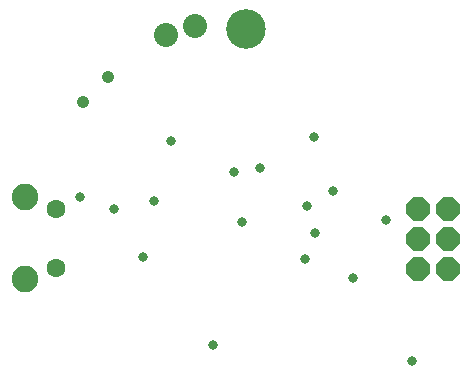
<source format=gbs>
G75*
%MOIN*%
%OFA0B0*%
%FSLAX25Y25*%
%IPPOS*%
%LPD*%
%AMOC8*
5,1,8,0,0,1.08239X$1,22.5*
%
%ADD10C,0.13198*%
%ADD11C,0.08000*%
%ADD12C,0.06309*%
%ADD13C,0.08868*%
%ADD14OC8,0.08000*%
%ADD15C,0.04143*%
%ADD16C,0.03300*%
D10*
X0086458Y0165142D03*
D11*
X0069312Y0165923D03*
X0059754Y0162983D03*
D12*
X0023194Y0105144D03*
X0023194Y0085459D03*
D13*
X0012605Y0081524D03*
X0012559Y0109096D03*
D14*
X0143725Y0104976D03*
X0153725Y0104976D03*
X0153725Y0094976D03*
X0143725Y0094976D03*
X0143725Y0084976D03*
X0153725Y0084976D03*
D15*
X0040292Y0148938D03*
X0031940Y0140586D03*
D16*
X0075518Y0059693D03*
X0051972Y0089044D03*
X0042269Y0105090D03*
X0031164Y0108958D03*
X0055835Y0107819D03*
X0061335Y0127649D03*
X0082407Y0117380D03*
X0090982Y0118732D03*
X0106582Y0105832D03*
X0109282Y0096832D03*
X0106205Y0088443D03*
X0122056Y0081843D03*
X0133050Y0101153D03*
X0115321Y0110848D03*
X0108982Y0128932D03*
X0085031Y0100651D03*
X0141741Y0054283D03*
M02*

</source>
